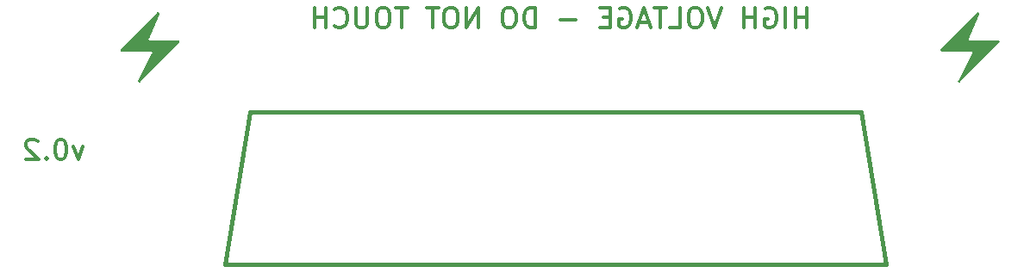
<source format=gbo>
G04 #@! TF.GenerationSoftware,KiCad,Pcbnew,8.0.1*
G04 #@! TF.CreationDate,2024-07-20T21:14:05+01:00*
G04 #@! TF.ProjectId,MICRO_TRUNK_6_MAIN,4d494352-4f5f-4545-9255-4e4b5f365f4d,rev?*
G04 #@! TF.SameCoordinates,Original*
G04 #@! TF.FileFunction,Legend,Bot*
G04 #@! TF.FilePolarity,Positive*
%FSLAX46Y46*%
G04 Gerber Fmt 4.6, Leading zero omitted, Abs format (unit mm)*
G04 Created by KiCad (PCBNEW 8.0.1) date 2024-07-20 21:14:05*
%MOMM*%
%LPD*%
G01*
G04 APERTURE LIST*
%ADD10C,0.400000*%
%ADD11C,0.000000*%
%ADD12C,0.300000*%
%ADD13C,3.000000*%
%ADD14C,1.600000*%
%ADD15C,3.200000*%
%ADD16C,1.500000*%
G04 APERTURE END LIST*
D10*
X114136119Y-95324962D02*
X174136119Y-95324962D01*
X111636119Y-110324962D02*
X176636119Y-110324962D01*
D11*
G36*
X185630619Y-85543091D02*
G01*
X185641423Y-85544768D01*
X185652030Y-85547324D01*
X185662386Y-85550723D01*
X185672438Y-85554927D01*
X185682131Y-85559902D01*
X185691411Y-85565610D01*
X185700224Y-85572016D01*
X185708517Y-85579084D01*
X185716234Y-85586776D01*
X185723322Y-85595058D01*
X185729727Y-85603892D01*
X185735395Y-85613242D01*
X185740271Y-85623073D01*
X185744302Y-85633348D01*
X185747433Y-85644031D01*
X185749610Y-85655086D01*
X185750780Y-85666476D01*
X185750888Y-85678166D01*
X185749880Y-85690118D01*
X185747702Y-85702298D01*
X185744300Y-85714668D01*
X185739620Y-85727192D01*
X184726751Y-88115418D01*
X184723556Y-88123682D01*
X184720948Y-88131981D01*
X184718914Y-88140295D01*
X184717441Y-88148605D01*
X184716515Y-88156890D01*
X184716124Y-88165132D01*
X184716254Y-88173310D01*
X184716892Y-88181404D01*
X184718024Y-88189395D01*
X184719638Y-88197264D01*
X184721720Y-88204990D01*
X184724257Y-88212554D01*
X184727236Y-88219935D01*
X184730643Y-88227115D01*
X184734466Y-88234073D01*
X184738691Y-88240791D01*
X184743304Y-88247247D01*
X184748294Y-88253422D01*
X184753645Y-88259297D01*
X184759346Y-88264852D01*
X184765383Y-88270067D01*
X184771743Y-88274922D01*
X184778412Y-88279398D01*
X184785377Y-88283474D01*
X184792626Y-88287132D01*
X184800144Y-88290351D01*
X184807919Y-88293112D01*
X184815937Y-88295395D01*
X184824186Y-88297180D01*
X184832651Y-88298448D01*
X184841320Y-88299178D01*
X184850179Y-88299352D01*
X187624512Y-88264912D01*
X187635385Y-88265188D01*
X187645908Y-88266266D01*
X187656065Y-88268109D01*
X187665842Y-88270679D01*
X187675222Y-88273940D01*
X187684190Y-88277857D01*
X187692729Y-88282391D01*
X187700824Y-88287507D01*
X187708460Y-88293167D01*
X187715620Y-88299336D01*
X187722289Y-88305976D01*
X187728450Y-88313051D01*
X187734090Y-88320524D01*
X187739191Y-88328358D01*
X187743737Y-88336517D01*
X187747714Y-88344965D01*
X187751105Y-88353664D01*
X187753895Y-88362578D01*
X187756068Y-88371670D01*
X187757608Y-88380904D01*
X187758499Y-88390242D01*
X187758726Y-88399649D01*
X187758273Y-88409088D01*
X187757124Y-88418521D01*
X187755264Y-88427913D01*
X187752676Y-88437227D01*
X187749345Y-88446425D01*
X187745256Y-88455472D01*
X187740392Y-88464331D01*
X187734738Y-88472965D01*
X187728278Y-88481337D01*
X187720996Y-88489411D01*
X183912849Y-92405111D01*
X183902748Y-92414618D01*
X183892294Y-92422795D01*
X183881545Y-92429681D01*
X183870559Y-92435319D01*
X183859392Y-92439750D01*
X183848102Y-92443013D01*
X183836747Y-92445152D01*
X183825385Y-92446206D01*
X183814072Y-92446217D01*
X183802867Y-92445225D01*
X183791827Y-92443273D01*
X183781010Y-92440401D01*
X183770473Y-92436650D01*
X183760273Y-92432061D01*
X183750468Y-92426676D01*
X183741117Y-92420535D01*
X183732275Y-92413679D01*
X183724001Y-92406151D01*
X183716353Y-92397990D01*
X183709388Y-92389238D01*
X183703162Y-92379936D01*
X183697735Y-92370125D01*
X183693164Y-92359846D01*
X183689505Y-92349140D01*
X183686817Y-92338049D01*
X183685157Y-92326613D01*
X183684583Y-92314874D01*
X183685151Y-92302872D01*
X183686921Y-92290650D01*
X183689949Y-92278247D01*
X183694292Y-92265705D01*
X183700009Y-92253065D01*
X185055629Y-89578215D01*
X185059497Y-89569920D01*
X185062742Y-89561553D01*
X185065378Y-89553136D01*
X185067419Y-89544691D01*
X185068877Y-89536240D01*
X185069767Y-89527804D01*
X185070102Y-89519407D01*
X185069895Y-89511069D01*
X185069161Y-89502813D01*
X185067912Y-89494662D01*
X185066162Y-89486636D01*
X185063924Y-89478758D01*
X185061213Y-89471050D01*
X185058041Y-89463534D01*
X185054422Y-89456231D01*
X185050370Y-89449165D01*
X185045898Y-89442356D01*
X185041020Y-89435828D01*
X185035748Y-89429601D01*
X185030098Y-89423698D01*
X185024081Y-89418141D01*
X185017713Y-89412951D01*
X185011005Y-89408152D01*
X185003973Y-89403764D01*
X184996628Y-89399810D01*
X184988986Y-89396312D01*
X184981058Y-89393292D01*
X184972860Y-89390772D01*
X184964404Y-89388773D01*
X184955704Y-89387318D01*
X184946773Y-89386429D01*
X184937625Y-89386128D01*
X182086042Y-89386128D01*
X182075205Y-89385719D01*
X182064724Y-89384517D01*
X182054616Y-89382558D01*
X182044894Y-89379878D01*
X182035574Y-89376515D01*
X182026672Y-89372505D01*
X182018203Y-89367885D01*
X182010183Y-89362690D01*
X182002625Y-89356958D01*
X181995547Y-89350725D01*
X181988962Y-89344028D01*
X181982887Y-89336903D01*
X181977337Y-89329387D01*
X181972326Y-89321516D01*
X181967871Y-89313327D01*
X181963986Y-89304857D01*
X181960687Y-89296141D01*
X181957989Y-89287218D01*
X181955907Y-89278122D01*
X181954457Y-89268891D01*
X181953654Y-89259562D01*
X181953513Y-89250170D01*
X181954050Y-89240753D01*
X181955279Y-89231346D01*
X181957216Y-89221988D01*
X181959877Y-89212713D01*
X181963276Y-89203559D01*
X181967429Y-89194563D01*
X181972351Y-89185760D01*
X181978058Y-89177187D01*
X181984564Y-89168881D01*
X181991886Y-89160879D01*
X185523676Y-85582606D01*
X185533470Y-85573506D01*
X185543608Y-85565647D01*
X185554036Y-85558992D01*
X185564701Y-85553505D01*
X185575547Y-85549150D01*
X185586522Y-85545892D01*
X185597571Y-85543692D01*
X185608639Y-85542517D01*
X185619673Y-85542328D01*
X185630619Y-85543091D01*
G37*
D10*
X174136119Y-95324962D02*
X176636119Y-110324962D01*
X111636119Y-110324962D02*
X114136119Y-95324962D01*
D11*
G36*
X105090619Y-85543091D02*
G01*
X105101423Y-85544768D01*
X105112030Y-85547324D01*
X105122386Y-85550723D01*
X105132438Y-85554927D01*
X105142131Y-85559902D01*
X105151411Y-85565610D01*
X105160224Y-85572016D01*
X105168517Y-85579084D01*
X105176234Y-85586776D01*
X105183322Y-85595058D01*
X105189727Y-85603892D01*
X105195395Y-85613242D01*
X105200271Y-85623073D01*
X105204302Y-85633348D01*
X105207433Y-85644031D01*
X105209610Y-85655086D01*
X105210780Y-85666476D01*
X105210888Y-85678166D01*
X105209880Y-85690118D01*
X105207702Y-85702298D01*
X105204300Y-85714668D01*
X105199620Y-85727192D01*
X104186751Y-88115418D01*
X104183556Y-88123682D01*
X104180948Y-88131981D01*
X104178914Y-88140295D01*
X104177441Y-88148605D01*
X104176515Y-88156890D01*
X104176124Y-88165132D01*
X104176254Y-88173310D01*
X104176892Y-88181404D01*
X104178024Y-88189395D01*
X104179638Y-88197264D01*
X104181720Y-88204990D01*
X104184257Y-88212554D01*
X104187236Y-88219935D01*
X104190643Y-88227115D01*
X104194466Y-88234073D01*
X104198691Y-88240791D01*
X104203304Y-88247247D01*
X104208294Y-88253422D01*
X104213645Y-88259297D01*
X104219346Y-88264852D01*
X104225383Y-88270067D01*
X104231743Y-88274922D01*
X104238412Y-88279398D01*
X104245377Y-88283474D01*
X104252626Y-88287132D01*
X104260144Y-88290351D01*
X104267919Y-88293112D01*
X104275937Y-88295395D01*
X104284186Y-88297180D01*
X104292651Y-88298448D01*
X104301320Y-88299178D01*
X104310179Y-88299352D01*
X107084512Y-88264912D01*
X107095385Y-88265188D01*
X107105908Y-88266266D01*
X107116065Y-88268109D01*
X107125842Y-88270679D01*
X107135222Y-88273940D01*
X107144190Y-88277857D01*
X107152729Y-88282391D01*
X107160824Y-88287507D01*
X107168460Y-88293167D01*
X107175620Y-88299336D01*
X107182289Y-88305976D01*
X107188450Y-88313051D01*
X107194090Y-88320524D01*
X107199191Y-88328358D01*
X107203737Y-88336517D01*
X107207714Y-88344965D01*
X107211105Y-88353664D01*
X107213895Y-88362578D01*
X107216068Y-88371670D01*
X107217608Y-88380904D01*
X107218499Y-88390242D01*
X107218726Y-88399649D01*
X107218273Y-88409088D01*
X107217124Y-88418521D01*
X107215264Y-88427913D01*
X107212676Y-88437227D01*
X107209345Y-88446425D01*
X107205256Y-88455472D01*
X107200392Y-88464331D01*
X107194738Y-88472965D01*
X107188278Y-88481337D01*
X107180996Y-88489411D01*
X103372849Y-92405111D01*
X103362748Y-92414618D01*
X103352294Y-92422795D01*
X103341545Y-92429681D01*
X103330559Y-92435319D01*
X103319392Y-92439750D01*
X103308102Y-92443013D01*
X103296747Y-92445152D01*
X103285385Y-92446206D01*
X103274072Y-92446217D01*
X103262867Y-92445225D01*
X103251827Y-92443273D01*
X103241010Y-92440401D01*
X103230473Y-92436650D01*
X103220273Y-92432061D01*
X103210468Y-92426676D01*
X103201117Y-92420535D01*
X103192275Y-92413679D01*
X103184001Y-92406151D01*
X103176353Y-92397990D01*
X103169388Y-92389238D01*
X103163162Y-92379936D01*
X103157735Y-92370125D01*
X103153164Y-92359846D01*
X103149505Y-92349140D01*
X103146817Y-92338049D01*
X103145157Y-92326613D01*
X103144583Y-92314874D01*
X103145151Y-92302872D01*
X103146921Y-92290650D01*
X103149949Y-92278247D01*
X103154292Y-92265705D01*
X103160009Y-92253065D01*
X104515629Y-89578215D01*
X104519497Y-89569920D01*
X104522742Y-89561553D01*
X104525378Y-89553136D01*
X104527419Y-89544691D01*
X104528877Y-89536240D01*
X104529767Y-89527804D01*
X104530102Y-89519407D01*
X104529895Y-89511069D01*
X104529161Y-89502813D01*
X104527912Y-89494662D01*
X104526162Y-89486636D01*
X104523924Y-89478758D01*
X104521213Y-89471050D01*
X104518041Y-89463534D01*
X104514422Y-89456231D01*
X104510370Y-89449165D01*
X104505898Y-89442356D01*
X104501020Y-89435828D01*
X104495748Y-89429601D01*
X104490098Y-89423698D01*
X104484081Y-89418141D01*
X104477713Y-89412951D01*
X104471005Y-89408152D01*
X104463973Y-89403764D01*
X104456628Y-89399810D01*
X104448986Y-89396312D01*
X104441058Y-89393292D01*
X104432860Y-89390772D01*
X104424404Y-89388773D01*
X104415704Y-89387318D01*
X104406773Y-89386429D01*
X104397625Y-89386128D01*
X101546042Y-89386128D01*
X101535205Y-89385719D01*
X101524724Y-89384517D01*
X101514616Y-89382558D01*
X101504894Y-89379878D01*
X101495574Y-89376515D01*
X101486672Y-89372505D01*
X101478203Y-89367885D01*
X101470183Y-89362690D01*
X101462625Y-89356958D01*
X101455547Y-89350725D01*
X101448962Y-89344028D01*
X101442887Y-89336903D01*
X101437337Y-89329387D01*
X101432326Y-89321516D01*
X101427871Y-89313327D01*
X101423986Y-89304857D01*
X101420687Y-89296141D01*
X101417989Y-89287218D01*
X101415907Y-89278122D01*
X101414457Y-89268891D01*
X101413654Y-89259562D01*
X101413513Y-89250170D01*
X101414050Y-89240753D01*
X101415279Y-89231346D01*
X101417216Y-89221988D01*
X101419877Y-89212713D01*
X101423276Y-89203559D01*
X101427429Y-89194563D01*
X101432351Y-89185760D01*
X101438058Y-89177187D01*
X101444564Y-89168881D01*
X101451886Y-89160879D01*
X104983676Y-85582606D01*
X104993470Y-85573506D01*
X105003608Y-85565647D01*
X105014036Y-85558992D01*
X105024701Y-85553505D01*
X105035547Y-85549150D01*
X105046522Y-85545892D01*
X105057571Y-85543692D01*
X105068639Y-85542517D01*
X105079673Y-85542328D01*
X105090619Y-85543091D01*
G37*
D12*
X97742642Y-98698660D02*
X97266452Y-100031994D01*
X97266452Y-100031994D02*
X96790261Y-98698660D01*
X95647404Y-98031994D02*
X95456927Y-98031994D01*
X95456927Y-98031994D02*
X95266451Y-98127232D01*
X95266451Y-98127232D02*
X95171213Y-98222470D01*
X95171213Y-98222470D02*
X95075975Y-98412946D01*
X95075975Y-98412946D02*
X94980737Y-98793898D01*
X94980737Y-98793898D02*
X94980737Y-99270089D01*
X94980737Y-99270089D02*
X95075975Y-99651041D01*
X95075975Y-99651041D02*
X95171213Y-99841517D01*
X95171213Y-99841517D02*
X95266451Y-99936756D01*
X95266451Y-99936756D02*
X95456927Y-100031994D01*
X95456927Y-100031994D02*
X95647404Y-100031994D01*
X95647404Y-100031994D02*
X95837880Y-99936756D01*
X95837880Y-99936756D02*
X95933118Y-99841517D01*
X95933118Y-99841517D02*
X96028356Y-99651041D01*
X96028356Y-99651041D02*
X96123594Y-99270089D01*
X96123594Y-99270089D02*
X96123594Y-98793898D01*
X96123594Y-98793898D02*
X96028356Y-98412946D01*
X96028356Y-98412946D02*
X95933118Y-98222470D01*
X95933118Y-98222470D02*
X95837880Y-98127232D01*
X95837880Y-98127232D02*
X95647404Y-98031994D01*
X94123594Y-99841517D02*
X94028356Y-99936756D01*
X94028356Y-99936756D02*
X94123594Y-100031994D01*
X94123594Y-100031994D02*
X94218832Y-99936756D01*
X94218832Y-99936756D02*
X94123594Y-99841517D01*
X94123594Y-99841517D02*
X94123594Y-100031994D01*
X93266451Y-98222470D02*
X93171213Y-98127232D01*
X93171213Y-98127232D02*
X92980737Y-98031994D01*
X92980737Y-98031994D02*
X92504546Y-98031994D01*
X92504546Y-98031994D02*
X92314070Y-98127232D01*
X92314070Y-98127232D02*
X92218832Y-98222470D01*
X92218832Y-98222470D02*
X92123594Y-98412946D01*
X92123594Y-98412946D02*
X92123594Y-98603422D01*
X92123594Y-98603422D02*
X92218832Y-98889136D01*
X92218832Y-98889136D02*
X93361689Y-100031994D01*
X93361689Y-100031994D02*
X92123594Y-100031994D01*
X168826415Y-87061994D02*
X168826415Y-85061994D01*
X168826415Y-86014375D02*
X167683558Y-86014375D01*
X167683558Y-87061994D02*
X167683558Y-85061994D01*
X166731177Y-87061994D02*
X166731177Y-85061994D01*
X164731177Y-85157232D02*
X164921653Y-85061994D01*
X164921653Y-85061994D02*
X165207367Y-85061994D01*
X165207367Y-85061994D02*
X165493082Y-85157232D01*
X165493082Y-85157232D02*
X165683558Y-85347708D01*
X165683558Y-85347708D02*
X165778796Y-85538184D01*
X165778796Y-85538184D02*
X165874034Y-85919136D01*
X165874034Y-85919136D02*
X165874034Y-86204851D01*
X165874034Y-86204851D02*
X165778796Y-86585803D01*
X165778796Y-86585803D02*
X165683558Y-86776279D01*
X165683558Y-86776279D02*
X165493082Y-86966756D01*
X165493082Y-86966756D02*
X165207367Y-87061994D01*
X165207367Y-87061994D02*
X165016891Y-87061994D01*
X165016891Y-87061994D02*
X164731177Y-86966756D01*
X164731177Y-86966756D02*
X164635939Y-86871517D01*
X164635939Y-86871517D02*
X164635939Y-86204851D01*
X164635939Y-86204851D02*
X165016891Y-86204851D01*
X163778796Y-87061994D02*
X163778796Y-85061994D01*
X163778796Y-86014375D02*
X162635939Y-86014375D01*
X162635939Y-87061994D02*
X162635939Y-85061994D01*
X160445462Y-85061994D02*
X159778796Y-87061994D01*
X159778796Y-87061994D02*
X159112129Y-85061994D01*
X158064510Y-85061994D02*
X157683557Y-85061994D01*
X157683557Y-85061994D02*
X157493081Y-85157232D01*
X157493081Y-85157232D02*
X157302605Y-85347708D01*
X157302605Y-85347708D02*
X157207367Y-85728660D01*
X157207367Y-85728660D02*
X157207367Y-86395327D01*
X157207367Y-86395327D02*
X157302605Y-86776279D01*
X157302605Y-86776279D02*
X157493081Y-86966756D01*
X157493081Y-86966756D02*
X157683557Y-87061994D01*
X157683557Y-87061994D02*
X158064510Y-87061994D01*
X158064510Y-87061994D02*
X158254986Y-86966756D01*
X158254986Y-86966756D02*
X158445462Y-86776279D01*
X158445462Y-86776279D02*
X158540700Y-86395327D01*
X158540700Y-86395327D02*
X158540700Y-85728660D01*
X158540700Y-85728660D02*
X158445462Y-85347708D01*
X158445462Y-85347708D02*
X158254986Y-85157232D01*
X158254986Y-85157232D02*
X158064510Y-85061994D01*
X155397843Y-87061994D02*
X156350224Y-87061994D01*
X156350224Y-87061994D02*
X156350224Y-85061994D01*
X155016890Y-85061994D02*
X153874033Y-85061994D01*
X154445462Y-87061994D02*
X154445462Y-85061994D01*
X153302604Y-86490565D02*
X152350223Y-86490565D01*
X153493080Y-87061994D02*
X152826414Y-85061994D01*
X152826414Y-85061994D02*
X152159747Y-87061994D01*
X150445461Y-85157232D02*
X150635937Y-85061994D01*
X150635937Y-85061994D02*
X150921651Y-85061994D01*
X150921651Y-85061994D02*
X151207366Y-85157232D01*
X151207366Y-85157232D02*
X151397842Y-85347708D01*
X151397842Y-85347708D02*
X151493080Y-85538184D01*
X151493080Y-85538184D02*
X151588318Y-85919136D01*
X151588318Y-85919136D02*
X151588318Y-86204851D01*
X151588318Y-86204851D02*
X151493080Y-86585803D01*
X151493080Y-86585803D02*
X151397842Y-86776279D01*
X151397842Y-86776279D02*
X151207366Y-86966756D01*
X151207366Y-86966756D02*
X150921651Y-87061994D01*
X150921651Y-87061994D02*
X150731175Y-87061994D01*
X150731175Y-87061994D02*
X150445461Y-86966756D01*
X150445461Y-86966756D02*
X150350223Y-86871517D01*
X150350223Y-86871517D02*
X150350223Y-86204851D01*
X150350223Y-86204851D02*
X150731175Y-86204851D01*
X149493080Y-86014375D02*
X148826413Y-86014375D01*
X148540699Y-87061994D02*
X149493080Y-87061994D01*
X149493080Y-87061994D02*
X149493080Y-85061994D01*
X149493080Y-85061994D02*
X148540699Y-85061994D01*
X146159746Y-86300089D02*
X144635937Y-86300089D01*
X142159746Y-87061994D02*
X142159746Y-85061994D01*
X142159746Y-85061994D02*
X141683556Y-85061994D01*
X141683556Y-85061994D02*
X141397841Y-85157232D01*
X141397841Y-85157232D02*
X141207365Y-85347708D01*
X141207365Y-85347708D02*
X141112127Y-85538184D01*
X141112127Y-85538184D02*
X141016889Y-85919136D01*
X141016889Y-85919136D02*
X141016889Y-86204851D01*
X141016889Y-86204851D02*
X141112127Y-86585803D01*
X141112127Y-86585803D02*
X141207365Y-86776279D01*
X141207365Y-86776279D02*
X141397841Y-86966756D01*
X141397841Y-86966756D02*
X141683556Y-87061994D01*
X141683556Y-87061994D02*
X142159746Y-87061994D01*
X139778794Y-85061994D02*
X139397841Y-85061994D01*
X139397841Y-85061994D02*
X139207365Y-85157232D01*
X139207365Y-85157232D02*
X139016889Y-85347708D01*
X139016889Y-85347708D02*
X138921651Y-85728660D01*
X138921651Y-85728660D02*
X138921651Y-86395327D01*
X138921651Y-86395327D02*
X139016889Y-86776279D01*
X139016889Y-86776279D02*
X139207365Y-86966756D01*
X139207365Y-86966756D02*
X139397841Y-87061994D01*
X139397841Y-87061994D02*
X139778794Y-87061994D01*
X139778794Y-87061994D02*
X139969270Y-86966756D01*
X139969270Y-86966756D02*
X140159746Y-86776279D01*
X140159746Y-86776279D02*
X140254984Y-86395327D01*
X140254984Y-86395327D02*
X140254984Y-85728660D01*
X140254984Y-85728660D02*
X140159746Y-85347708D01*
X140159746Y-85347708D02*
X139969270Y-85157232D01*
X139969270Y-85157232D02*
X139778794Y-85061994D01*
X136540698Y-87061994D02*
X136540698Y-85061994D01*
X136540698Y-85061994D02*
X135397841Y-87061994D01*
X135397841Y-87061994D02*
X135397841Y-85061994D01*
X134064508Y-85061994D02*
X133683555Y-85061994D01*
X133683555Y-85061994D02*
X133493079Y-85157232D01*
X133493079Y-85157232D02*
X133302603Y-85347708D01*
X133302603Y-85347708D02*
X133207365Y-85728660D01*
X133207365Y-85728660D02*
X133207365Y-86395327D01*
X133207365Y-86395327D02*
X133302603Y-86776279D01*
X133302603Y-86776279D02*
X133493079Y-86966756D01*
X133493079Y-86966756D02*
X133683555Y-87061994D01*
X133683555Y-87061994D02*
X134064508Y-87061994D01*
X134064508Y-87061994D02*
X134254984Y-86966756D01*
X134254984Y-86966756D02*
X134445460Y-86776279D01*
X134445460Y-86776279D02*
X134540698Y-86395327D01*
X134540698Y-86395327D02*
X134540698Y-85728660D01*
X134540698Y-85728660D02*
X134445460Y-85347708D01*
X134445460Y-85347708D02*
X134254984Y-85157232D01*
X134254984Y-85157232D02*
X134064508Y-85061994D01*
X132635936Y-85061994D02*
X131493079Y-85061994D01*
X132064508Y-87061994D02*
X132064508Y-85061994D01*
X129588316Y-85061994D02*
X128445459Y-85061994D01*
X129016888Y-87061994D02*
X129016888Y-85061994D01*
X127397840Y-85061994D02*
X127016887Y-85061994D01*
X127016887Y-85061994D02*
X126826411Y-85157232D01*
X126826411Y-85157232D02*
X126635935Y-85347708D01*
X126635935Y-85347708D02*
X126540697Y-85728660D01*
X126540697Y-85728660D02*
X126540697Y-86395327D01*
X126540697Y-86395327D02*
X126635935Y-86776279D01*
X126635935Y-86776279D02*
X126826411Y-86966756D01*
X126826411Y-86966756D02*
X127016887Y-87061994D01*
X127016887Y-87061994D02*
X127397840Y-87061994D01*
X127397840Y-87061994D02*
X127588316Y-86966756D01*
X127588316Y-86966756D02*
X127778792Y-86776279D01*
X127778792Y-86776279D02*
X127874030Y-86395327D01*
X127874030Y-86395327D02*
X127874030Y-85728660D01*
X127874030Y-85728660D02*
X127778792Y-85347708D01*
X127778792Y-85347708D02*
X127588316Y-85157232D01*
X127588316Y-85157232D02*
X127397840Y-85061994D01*
X125683554Y-85061994D02*
X125683554Y-86681041D01*
X125683554Y-86681041D02*
X125588316Y-86871517D01*
X125588316Y-86871517D02*
X125493078Y-86966756D01*
X125493078Y-86966756D02*
X125302602Y-87061994D01*
X125302602Y-87061994D02*
X124921649Y-87061994D01*
X124921649Y-87061994D02*
X124731173Y-86966756D01*
X124731173Y-86966756D02*
X124635935Y-86871517D01*
X124635935Y-86871517D02*
X124540697Y-86681041D01*
X124540697Y-86681041D02*
X124540697Y-85061994D01*
X122445459Y-86871517D02*
X122540697Y-86966756D01*
X122540697Y-86966756D02*
X122826411Y-87061994D01*
X122826411Y-87061994D02*
X123016887Y-87061994D01*
X123016887Y-87061994D02*
X123302602Y-86966756D01*
X123302602Y-86966756D02*
X123493078Y-86776279D01*
X123493078Y-86776279D02*
X123588316Y-86585803D01*
X123588316Y-86585803D02*
X123683554Y-86204851D01*
X123683554Y-86204851D02*
X123683554Y-85919136D01*
X123683554Y-85919136D02*
X123588316Y-85538184D01*
X123588316Y-85538184D02*
X123493078Y-85347708D01*
X123493078Y-85347708D02*
X123302602Y-85157232D01*
X123302602Y-85157232D02*
X123016887Y-85061994D01*
X123016887Y-85061994D02*
X122826411Y-85061994D01*
X122826411Y-85061994D02*
X122540697Y-85157232D01*
X122540697Y-85157232D02*
X122445459Y-85252470D01*
X121588316Y-87061994D02*
X121588316Y-85061994D01*
X121588316Y-86014375D02*
X120445459Y-86014375D01*
X120445459Y-87061994D02*
X120445459Y-85061994D01*
%LPC*%
D13*
X130821120Y-89578955D03*
X142251120Y-89578955D03*
D14*
X132091116Y-83228957D03*
X133361113Y-80688964D03*
X134631117Y-83228957D03*
X135901114Y-80688964D03*
X137171118Y-83228957D03*
X138441115Y-80688964D03*
X139711119Y-83228957D03*
X140981120Y-80688964D03*
D15*
X91648957Y-105072218D03*
X106711119Y-102824962D03*
X181561119Y-102824962D03*
D16*
X118216119Y-100679962D03*
X120376119Y-100679962D03*
X122536119Y-100679962D03*
X124696119Y-100679962D03*
X126856119Y-100679962D03*
X129016119Y-100679962D03*
X131176119Y-100679962D03*
X133336119Y-100679962D03*
X135496119Y-100679962D03*
X137656119Y-100679962D03*
X139816119Y-100679962D03*
X141976119Y-100679962D03*
X144136119Y-100679962D03*
X146296119Y-100679962D03*
X148456119Y-100679962D03*
X150616119Y-100679962D03*
X152776119Y-100679962D03*
X154936119Y-100679962D03*
X157096119Y-100679962D03*
X159256119Y-100679962D03*
X161416119Y-100679962D03*
X163576119Y-100679962D03*
X165736119Y-100679962D03*
X167896119Y-100679962D03*
X170056119Y-100679962D03*
X118216119Y-104969962D03*
X120376119Y-104969962D03*
X122536119Y-104969962D03*
X124696119Y-104969962D03*
X126856119Y-104969962D03*
X129016119Y-104969962D03*
X131176119Y-104969962D03*
X133336119Y-104969962D03*
X135496119Y-104969962D03*
X137656119Y-104969962D03*
X139816119Y-104969962D03*
X141976119Y-104969962D03*
X144136119Y-104969962D03*
X146296119Y-104969962D03*
X148456119Y-104969962D03*
X150616119Y-104969962D03*
X152776119Y-104969962D03*
X154936119Y-104969962D03*
X157096119Y-104969962D03*
X159256119Y-104969962D03*
X161416119Y-104969962D03*
X163576119Y-104969962D03*
X165736119Y-104969962D03*
X167896119Y-104969962D03*
X170056119Y-104969962D03*
D13*
X179151123Y-89578955D03*
X190581123Y-89578955D03*
D14*
X180421119Y-83228957D03*
X181691116Y-80688964D03*
X182961120Y-83228957D03*
X184231117Y-80688964D03*
X185501121Y-83228957D03*
X186771118Y-80688964D03*
X188041122Y-83228957D03*
X189311123Y-80688964D03*
D15*
X197618957Y-83726177D03*
D13*
X163041120Y-89578955D03*
X174471120Y-89578955D03*
D14*
X164311116Y-83228957D03*
X165581113Y-80688964D03*
X166851117Y-83228957D03*
X168121114Y-80688964D03*
X169391118Y-83228957D03*
X170661115Y-80688964D03*
X171931119Y-83228957D03*
X173201120Y-80688964D03*
D13*
X114711120Y-89578955D03*
X126141120Y-89578955D03*
D14*
X115981116Y-83228957D03*
X117251113Y-80688964D03*
X118521117Y-83228957D03*
X119791114Y-80688964D03*
X121061118Y-83228957D03*
X122331115Y-80688964D03*
X123601119Y-83228957D03*
X124871120Y-80688964D03*
D15*
X197618957Y-105072218D03*
X91648957Y-83726177D03*
D13*
X146931120Y-89578955D03*
X158361120Y-89578955D03*
D14*
X148201116Y-83228957D03*
X149471113Y-80688964D03*
X150741117Y-83228957D03*
X152011114Y-80688964D03*
X153281118Y-83228957D03*
X154551115Y-80688964D03*
X155821119Y-83228957D03*
X157091120Y-80688964D03*
D13*
X98601120Y-89578955D03*
X110031120Y-89578955D03*
D14*
X99871116Y-83228957D03*
X101141113Y-80688964D03*
X102411117Y-83228957D03*
X103681114Y-80688964D03*
X104951118Y-83228957D03*
X106221115Y-80688964D03*
X107491119Y-83228957D03*
X108761120Y-80688964D03*
%LPD*%
M02*

</source>
